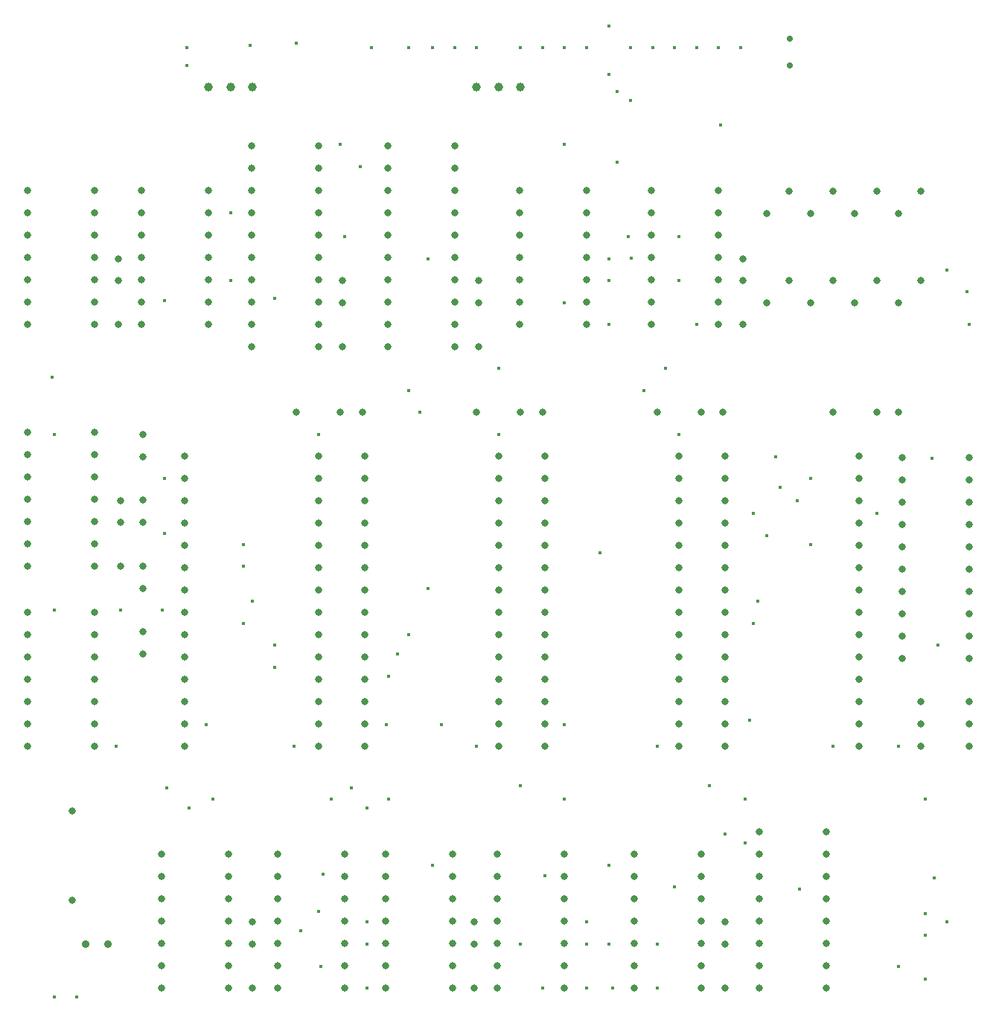
<source format=gbr>
%TF.GenerationSoftware,KiCad,Pcbnew,5.1.8*%
%TF.CreationDate,2020-11-14T22:04:08+01:00*%
%TF.ProjectId,M037,4d303337-2e6b-4696-9361-645f70636258,rev?*%
%TF.SameCoordinates,Original*%
%TF.FileFunction,Plated,1,2,PTH,Drill*%
%TF.FilePolarity,Positive*%
%FSLAX46Y46*%
G04 Gerber Fmt 4.6, Leading zero omitted, Abs format (unit mm)*
G04 Created by KiCad (PCBNEW 5.1.8) date 2020-11-14 22:04:08*
%MOMM*%
%LPD*%
G01*
G04 APERTURE LIST*
%TA.AperFunction,ViaDrill*%
%ADD10C,0.400000*%
%TD*%
%TA.AperFunction,ViaDrill*%
%ADD11C,0.700000*%
%TD*%
%TA.AperFunction,ComponentDrill*%
%ADD12C,0.800000*%
%TD*%
%TA.AperFunction,ComponentDrill*%
%ADD13C,0.900000*%
%TD*%
%TA.AperFunction,ComponentDrill*%
%ADD14C,1.000000*%
%TD*%
G04 APERTURE END LIST*
D10*
X77250000Y-71000000D03*
X77500000Y-77500000D03*
X77500000Y-97500000D03*
X77500000Y-141500000D03*
X80000000Y-141500000D03*
X84500000Y-113000000D03*
X85000000Y-97500000D03*
X89750000Y-97500000D03*
X90000000Y-62250000D03*
X90000000Y-82500000D03*
X90000000Y-88750000D03*
X90250000Y-117750000D03*
X92500000Y-33500020D03*
X92500000Y-35500000D03*
X92750000Y-120000000D03*
X94750000Y-110500000D03*
X95500000Y-119000000D03*
X97500000Y-52250000D03*
X97500000Y-60000000D03*
X99000000Y-90000000D03*
X99000000Y-92500000D03*
X99000000Y-99000000D03*
X99750000Y-33250000D03*
X100000000Y-96500000D03*
X102500000Y-62000000D03*
X102500000Y-101500000D03*
X102500000Y-104000000D03*
X104750000Y-112999991D03*
X105000000Y-33000000D03*
X105500000Y-134000000D03*
X107500000Y-77500000D03*
X107500000Y-131749998D03*
X107750000Y-138000000D03*
X108000000Y-127500000D03*
X109000000Y-119000000D03*
X110000000Y-44500000D03*
X110500000Y-55000000D03*
X111250000Y-117750000D03*
X112250002Y-47000002D03*
X113000000Y-120000000D03*
X113000000Y-133000000D03*
X113000000Y-135500000D03*
X113000000Y-140500000D03*
X113500000Y-33500000D03*
X115250000Y-110500000D03*
X115500000Y-105000000D03*
X115500000Y-119000000D03*
X116500000Y-102500000D03*
X117750000Y-33500000D03*
X117750000Y-72500000D03*
X117800000Y-100300000D03*
X119000000Y-75000000D03*
X120000000Y-57500000D03*
X120000000Y-95000000D03*
X120499994Y-33500000D03*
X120500000Y-126500000D03*
X121500000Y-110500000D03*
X123000000Y-33500000D03*
X125500000Y-33500000D03*
X125500000Y-113000000D03*
X128000000Y-70000000D03*
X128000000Y-77500000D03*
X130500000Y-33500000D03*
X130500000Y-117500000D03*
X130500000Y-135500000D03*
X133000000Y-33500000D03*
X133000000Y-140500000D03*
X133250000Y-127750000D03*
X135500000Y-33500000D03*
X135500000Y-44500000D03*
X135500000Y-62500000D03*
X135500000Y-110500000D03*
X135500000Y-119000000D03*
X138000000Y-33500000D03*
X138000000Y-133000000D03*
X138000000Y-135500000D03*
X138000000Y-140500000D03*
X139500000Y-91000000D03*
X140500000Y-31000000D03*
X140500000Y-57500000D03*
X140500000Y-60000000D03*
X140500000Y-65000000D03*
X140500000Y-126500000D03*
X140500000Y-135500000D03*
X140512660Y-36487340D03*
X141000000Y-140500000D03*
X141500000Y-38500000D03*
X141500000Y-46500000D03*
X142774990Y-54982102D03*
X143000000Y-33500000D03*
X143000000Y-39500000D03*
X143042646Y-57462214D03*
X144500000Y-72500000D03*
X145500000Y-33500000D03*
X146000000Y-113000000D03*
X146000000Y-135500000D03*
X146000000Y-140500000D03*
X147000000Y-70000000D03*
X148000000Y-33500000D03*
X148000000Y-129000000D03*
X148500000Y-55000000D03*
X148500000Y-60000000D03*
X148500000Y-77500000D03*
X150500000Y-33500000D03*
X150500000Y-65000000D03*
X152000000Y-117500000D03*
X153000000Y-33500000D03*
X153250000Y-42250000D03*
X153750000Y-123000000D03*
X155500000Y-33500000D03*
X156000000Y-119000000D03*
X156000000Y-124000000D03*
X156500000Y-110000000D03*
X157000000Y-86500000D03*
X157000000Y-99000000D03*
X157500000Y-96500000D03*
X158500000Y-89000000D03*
X159500000Y-80000000D03*
X160000000Y-83500000D03*
X162000000Y-85000000D03*
X162250000Y-129250000D03*
X163500000Y-82500000D03*
X163500000Y-90000000D03*
X166000000Y-113000000D03*
X171000000Y-86500000D03*
X173500000Y-113000000D03*
X173500000Y-138000000D03*
X176500000Y-119000000D03*
X176500000Y-132000000D03*
X176500000Y-134500000D03*
X176500000Y-139500000D03*
X177250000Y-80250000D03*
X177500000Y-128000000D03*
X178000000Y-101500000D03*
X179000000Y-58750000D03*
X179000000Y-133000000D03*
X181249999Y-61250001D03*
X181500000Y-65000000D03*
D11*
X161100000Y-32500000D03*
X161100000Y-35500000D03*
D12*
%TO.C,RB01*%
X87500000Y-77500000D03*
X87500000Y-80040000D03*
%TO.C,RB08*%
X87500000Y-92500000D03*
X87500000Y-95040000D03*
%TO.C,R4*%
X163500000Y-52340000D03*
X163500000Y-62500000D03*
%TO.C,C3*%
X125500000Y-75000000D03*
X130500000Y-75000000D03*
X133000000Y-75000000D03*
%TO.C,D5*%
X115380000Y-44640000D03*
X115380000Y-47180000D03*
X115380000Y-49720000D03*
X115380000Y-52260000D03*
X115380000Y-54800000D03*
X115380000Y-57340000D03*
X115380000Y-59880000D03*
X115380000Y-62420000D03*
X115380000Y-64960000D03*
X115380000Y-67500000D03*
X123000000Y-44640000D03*
X123000000Y-47180000D03*
X123000000Y-49720000D03*
X123000000Y-52260000D03*
X123000000Y-54800000D03*
X123000000Y-57340000D03*
X123000000Y-59880000D03*
X123000000Y-62420000D03*
X123000000Y-64960000D03*
X123000000Y-67500000D03*
%TO.C,D8*%
X74380000Y-97760000D03*
X74380000Y-100300000D03*
X74380000Y-102840000D03*
X74380000Y-105380000D03*
X74380000Y-107920000D03*
X74380000Y-110460000D03*
X74380000Y-113000000D03*
X82000000Y-97760000D03*
X82000000Y-100300000D03*
X82000000Y-102840000D03*
X82000000Y-105380000D03*
X82000000Y-107920000D03*
X82000000Y-110460000D03*
X82000000Y-113000000D03*
%TO.C,D1*%
X102880000Y-125260000D03*
X102880000Y-127800000D03*
X102880000Y-130340000D03*
X102880000Y-132880000D03*
X102880000Y-135420000D03*
X102880000Y-137960000D03*
X102880000Y-140500000D03*
X110500000Y-125260000D03*
X110500000Y-127800000D03*
X110500000Y-130340000D03*
X110500000Y-132880000D03*
X110500000Y-135420000D03*
X110500000Y-137960000D03*
X110500000Y-140500000D03*
%TO.C,R1*%
X161000000Y-49840000D03*
X161000000Y-60000000D03*
%TO.C,D12*%
X87380000Y-49760000D03*
X87380000Y-52300000D03*
X87380000Y-54840000D03*
X87380000Y-57380000D03*
X87380000Y-59920000D03*
X87380000Y-62460000D03*
X87380000Y-65000000D03*
X95000000Y-49760000D03*
X95000000Y-52300000D03*
X95000000Y-54840000D03*
X95000000Y-57380000D03*
X95000000Y-59920000D03*
X95000000Y-62460000D03*
X95000000Y-65000000D03*
%TO.C,R3*%
X166000000Y-49840000D03*
X166000000Y-60000000D03*
%TO.C,R5*%
X171000000Y-49840000D03*
X171000000Y-60000000D03*
%TO.C,C6*%
X84750000Y-57500000D03*
X84750000Y-60000000D03*
X84750000Y-65000000D03*
%TO.C,D7*%
X130380000Y-49760000D03*
X130380000Y-52300000D03*
X130380000Y-54840000D03*
X130380000Y-57380000D03*
X130380000Y-59920000D03*
X130380000Y-62460000D03*
X130380000Y-65000000D03*
X138000000Y-49760000D03*
X138000000Y-52300000D03*
X138000000Y-54840000D03*
X138000000Y-57380000D03*
X138000000Y-59920000D03*
X138000000Y-62460000D03*
X138000000Y-65000000D03*
%TO.C,R8*%
X173500000Y-52340000D03*
X173500000Y-62500000D03*
%TO.C,D16*%
X92260000Y-79980000D03*
X92260000Y-82520000D03*
X92260000Y-85060000D03*
X92260000Y-87600000D03*
X92260000Y-90140000D03*
X92260000Y-92680000D03*
X92260000Y-95220000D03*
X92260000Y-97760000D03*
X92260000Y-100300000D03*
X92260000Y-102840000D03*
X92260000Y-105380000D03*
X92260000Y-107920000D03*
X92260000Y-110460000D03*
X92260000Y-113000000D03*
X107500000Y-79980000D03*
X107500000Y-82520000D03*
X107500000Y-85060000D03*
X107500000Y-87600000D03*
X107500000Y-90140000D03*
X107500000Y-92680000D03*
X107500000Y-95220000D03*
X107500000Y-97760000D03*
X107500000Y-100300000D03*
X107500000Y-102840000D03*
X107500000Y-105380000D03*
X107500000Y-107920000D03*
X107500000Y-110460000D03*
X107500000Y-113000000D03*
%TO.C,C10*%
X85000000Y-85000000D03*
X85000000Y-87500000D03*
X85000000Y-92500000D03*
%TO.C,D15*%
X143380000Y-125260000D03*
X143380000Y-127800000D03*
X143380000Y-130340000D03*
X143380000Y-132880000D03*
X143380000Y-135420000D03*
X143380000Y-137960000D03*
X143380000Y-140500000D03*
X151000000Y-125260000D03*
X151000000Y-127800000D03*
X151000000Y-130340000D03*
X151000000Y-132880000D03*
X151000000Y-135420000D03*
X151000000Y-137960000D03*
X151000000Y-140500000D03*
%TO.C,R2*%
X158500000Y-52340000D03*
X158500000Y-62500000D03*
%TO.C,C8*%
X125750000Y-60000000D03*
X125750000Y-62500000D03*
X125750000Y-67500000D03*
%TO.C,RB04*%
X176000000Y-107920000D03*
X176000000Y-110460000D03*
%TO.C,D6*%
X173880000Y-80140000D03*
X173880000Y-82680000D03*
X173880000Y-85220000D03*
X173880000Y-87760000D03*
X173880000Y-90300000D03*
X173880000Y-92840000D03*
X173880000Y-95380000D03*
X173880000Y-97920000D03*
X173880000Y-100460000D03*
X173880000Y-103000000D03*
X181500000Y-80140000D03*
X181500000Y-82680000D03*
X181500000Y-85220000D03*
X181500000Y-87760000D03*
X181500000Y-90300000D03*
X181500000Y-92840000D03*
X181500000Y-95380000D03*
X181500000Y-97920000D03*
X181500000Y-100460000D03*
X181500000Y-103000000D03*
%TO.C,D18*%
X133260000Y-79980000D03*
X133260000Y-82520000D03*
X133260000Y-85060000D03*
X133260000Y-87600000D03*
X133260000Y-90140000D03*
X133260000Y-92680000D03*
X133260000Y-95220000D03*
X133260000Y-97760000D03*
X133260000Y-100300000D03*
X133260000Y-102840000D03*
X133260000Y-105380000D03*
X133260000Y-107920000D03*
X133260000Y-110460000D03*
X133260000Y-113000000D03*
X148500000Y-79980000D03*
X148500000Y-82520000D03*
X148500000Y-85060000D03*
X148500000Y-87600000D03*
X148500000Y-90140000D03*
X148500000Y-92680000D03*
X148500000Y-95220000D03*
X148500000Y-97760000D03*
X148500000Y-100300000D03*
X148500000Y-102840000D03*
X148500000Y-105380000D03*
X148500000Y-107920000D03*
X148500000Y-110460000D03*
X148500000Y-113000000D03*
%TO.C,R6*%
X168500000Y-52340000D03*
X168500000Y-62500000D03*
%TO.C,D11*%
X89630000Y-125260000D03*
X89630000Y-127800000D03*
X89630000Y-130340000D03*
X89630000Y-132880000D03*
X89630000Y-135420000D03*
X89630000Y-137960000D03*
X89630000Y-140500000D03*
X97250000Y-125260000D03*
X97250000Y-127800000D03*
X97250000Y-130340000D03*
X97250000Y-132880000D03*
X97250000Y-135420000D03*
X97250000Y-137960000D03*
X97250000Y-140500000D03*
%TO.C,D10*%
X74380000Y-77260000D03*
X74380000Y-79800000D03*
X74380000Y-82340000D03*
X74380000Y-84880000D03*
X74380000Y-87420000D03*
X74380000Y-89960000D03*
X74380000Y-92500000D03*
X82000000Y-77260000D03*
X82000000Y-79800000D03*
X82000000Y-82340000D03*
X82000000Y-84880000D03*
X82000000Y-87420000D03*
X82000000Y-89960000D03*
X82000000Y-92500000D03*
%TO.C,RB03*%
X176000000Y-110460000D03*
X176000000Y-113000000D03*
%TO.C,D17*%
X112760000Y-79980000D03*
X112760000Y-82520000D03*
X112760000Y-85060000D03*
X112760000Y-87600000D03*
X112760000Y-90140000D03*
X112760000Y-92680000D03*
X112760000Y-95220000D03*
X112760000Y-97760000D03*
X112760000Y-100300000D03*
X112760000Y-102840000D03*
X112760000Y-105380000D03*
X112760000Y-107920000D03*
X112760000Y-110460000D03*
X112760000Y-113000000D03*
X128000000Y-79980000D03*
X128000000Y-82520000D03*
X128000000Y-85060000D03*
X128000000Y-87600000D03*
X128000000Y-90140000D03*
X128000000Y-92680000D03*
X128000000Y-95220000D03*
X128000000Y-97760000D03*
X128000000Y-100300000D03*
X128000000Y-102840000D03*
X128000000Y-105380000D03*
X128000000Y-107920000D03*
X128000000Y-110460000D03*
X128000000Y-113000000D03*
%TO.C,C11*%
X100000000Y-133000000D03*
X100000000Y-135500000D03*
X100000000Y-140500000D03*
%TO.C,D9*%
X157630000Y-122720000D03*
X157630000Y-125260000D03*
X157630000Y-127800000D03*
X157630000Y-130340000D03*
X157630000Y-132880000D03*
X157630000Y-135420000D03*
X157630000Y-137960000D03*
X157630000Y-140500000D03*
X165250000Y-122720000D03*
X165250000Y-125260000D03*
X165250000Y-127800000D03*
X165250000Y-130340000D03*
X165250000Y-132880000D03*
X165250000Y-135420000D03*
X165250000Y-137960000D03*
X165250000Y-140500000D03*
%TO.C,C7*%
X110250000Y-60000000D03*
X110250000Y-62500000D03*
X110250000Y-67500000D03*
%TO.C,D14*%
X127880000Y-125260000D03*
X127880000Y-127800000D03*
X127880000Y-130340000D03*
X127880000Y-132880000D03*
X127880000Y-135420000D03*
X127880000Y-137960000D03*
X127880000Y-140500000D03*
X135500000Y-125260000D03*
X135500000Y-127800000D03*
X135500000Y-130340000D03*
X135500000Y-132880000D03*
X135500000Y-135420000D03*
X135500000Y-137960000D03*
X135500000Y-140500000D03*
%TO.C,C12*%
X125250000Y-133000000D03*
X125250000Y-135500000D03*
X125250000Y-140500000D03*
%TO.C,D13*%
X74380000Y-49760000D03*
X74380000Y-52300000D03*
X74380000Y-54840000D03*
X74380000Y-57380000D03*
X74380000Y-59920000D03*
X74380000Y-62460000D03*
X74380000Y-65000000D03*
X82000000Y-49760000D03*
X82000000Y-52300000D03*
X82000000Y-54840000D03*
X82000000Y-57380000D03*
X82000000Y-59920000D03*
X82000000Y-62460000D03*
X82000000Y-65000000D03*
%TO.C,D2*%
X145380000Y-49760000D03*
X145380000Y-52300000D03*
X145380000Y-54840000D03*
X145380000Y-57380000D03*
X145380000Y-59920000D03*
X145380000Y-62460000D03*
X145380000Y-65000000D03*
X153000000Y-49760000D03*
X153000000Y-52300000D03*
X153000000Y-54840000D03*
X153000000Y-57380000D03*
X153000000Y-59920000D03*
X153000000Y-62460000D03*
X153000000Y-65000000D03*
%TO.C,RB05*%
X181500000Y-107920000D03*
X181500000Y-110460000D03*
%TO.C,R9*%
X79500000Y-120340000D03*
X79500000Y-130500000D03*
%TO.C,D4*%
X99880000Y-44640000D03*
X99880000Y-47180000D03*
X99880000Y-49720000D03*
X99880000Y-52260000D03*
X99880000Y-54800000D03*
X99880000Y-57340000D03*
X99880000Y-59880000D03*
X99880000Y-62420000D03*
X99880000Y-64960000D03*
X99880000Y-67500000D03*
X107500000Y-44640000D03*
X107500000Y-47180000D03*
X107500000Y-49720000D03*
X107500000Y-52260000D03*
X107500000Y-54800000D03*
X107500000Y-57340000D03*
X107500000Y-59880000D03*
X107500000Y-62420000D03*
X107500000Y-64960000D03*
X107500000Y-67500000D03*
%TO.C,RB07*%
X87500000Y-84960000D03*
X87500000Y-87500000D03*
%TO.C,RB02*%
X181500000Y-110460000D03*
X181500000Y-113000000D03*
%TO.C,C2*%
X105000000Y-75000000D03*
X110000000Y-75000000D03*
X112500000Y-75000000D03*
%TO.C,RB06*%
X87500000Y-99960000D03*
X87500000Y-102500000D03*
%TO.C,C4*%
X146000000Y-75000000D03*
X151000000Y-75000000D03*
X153500000Y-75000000D03*
%TO.C,C9*%
X155750000Y-57500000D03*
X155750000Y-60000000D03*
X155750000Y-65000000D03*
%TO.C,C13*%
X153750000Y-133000000D03*
X153750000Y-135500000D03*
X153750000Y-140500000D03*
%TO.C,D19*%
X153760000Y-79980000D03*
X153760000Y-82520000D03*
X153760000Y-85060000D03*
X153760000Y-87600000D03*
X153760000Y-90140000D03*
X153760000Y-92680000D03*
X153760000Y-95220000D03*
X153760000Y-97760000D03*
X153760000Y-100300000D03*
X153760000Y-102840000D03*
X153760000Y-105380000D03*
X153760000Y-107920000D03*
X153760000Y-110460000D03*
X153760000Y-113000000D03*
X169000000Y-79980000D03*
X169000000Y-82520000D03*
X169000000Y-85060000D03*
X169000000Y-87600000D03*
X169000000Y-90140000D03*
X169000000Y-92680000D03*
X169000000Y-95220000D03*
X169000000Y-97760000D03*
X169000000Y-100300000D03*
X169000000Y-102840000D03*
X169000000Y-105380000D03*
X169000000Y-107920000D03*
X169000000Y-110460000D03*
X169000000Y-113000000D03*
%TO.C,D3*%
X115130000Y-125260000D03*
X115130000Y-127800000D03*
X115130000Y-130340000D03*
X115130000Y-132880000D03*
X115130000Y-135420000D03*
X115130000Y-137960000D03*
X115130000Y-140500000D03*
X122750000Y-125260000D03*
X122750000Y-127800000D03*
X122750000Y-130340000D03*
X122750000Y-132880000D03*
X122750000Y-135420000D03*
X122750000Y-137960000D03*
X122750000Y-140500000D03*
%TO.C,R7*%
X176000000Y-49840000D03*
X176000000Y-60000000D03*
%TO.C,C5*%
X166000000Y-75000000D03*
X171000000Y-75000000D03*
X173500000Y-75000000D03*
D13*
%TO.C,B01*%
X81000000Y-135500000D03*
X83540000Y-135500000D03*
D14*
%TO.C,C1*%
X95000000Y-38000000D03*
X97500000Y-38000000D03*
X100000000Y-38000000D03*
X125500000Y-38000000D03*
X128000000Y-38000000D03*
X130500000Y-38000000D03*
M02*

</source>
